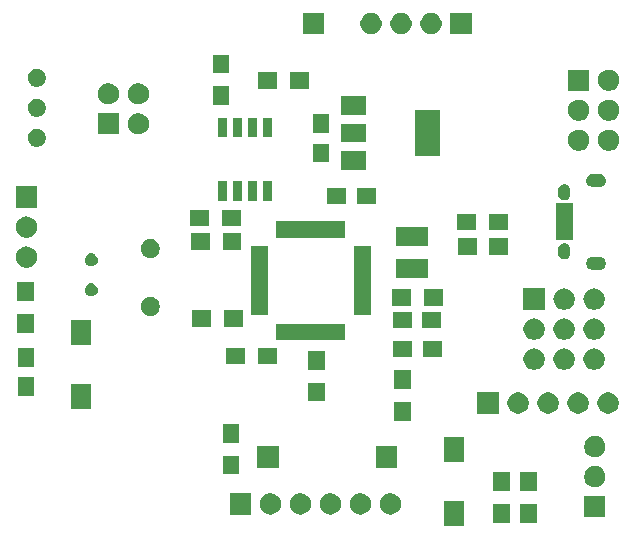
<source format=gbr>
G04 #@! TF.GenerationSoftware,KiCad,Pcbnew,(5.1.5)-3*
G04 #@! TF.CreationDate,2020-04-28T00:17:26+02:00*
G04 #@! TF.ProjectId,main_pcb,6d61696e-5f70-4636-922e-6b696361645f,1*
G04 #@! TF.SameCoordinates,Original*
G04 #@! TF.FileFunction,Soldermask,Top*
G04 #@! TF.FilePolarity,Negative*
%FSLAX46Y46*%
G04 Gerber Fmt 4.6, Leading zero omitted, Abs format (unit mm)*
G04 Created by KiCad (PCBNEW (5.1.5)-3) date 2020-04-28 00:17:26*
%MOMM*%
%LPD*%
G04 APERTURE LIST*
%ADD10C,0.100000*%
G04 APERTURE END LIST*
D10*
G36*
X128762860Y-102874500D02*
G01*
X127060860Y-102874500D01*
X127060860Y-100772500D01*
X128762860Y-100772500D01*
X128762860Y-102874500D01*
G37*
G36*
X134922220Y-102677840D02*
G01*
X133520220Y-102677840D01*
X133520220Y-101075840D01*
X134922220Y-101075840D01*
X134922220Y-102677840D01*
G37*
G36*
X132628600Y-102634660D02*
G01*
X131226600Y-102634660D01*
X131226600Y-101032660D01*
X132628600Y-101032660D01*
X132628600Y-102634660D01*
G37*
G36*
X140730540Y-102173340D02*
G01*
X138928540Y-102173340D01*
X138928540Y-100371340D01*
X140730540Y-100371340D01*
X140730540Y-102173340D01*
G37*
G36*
X120092952Y-100145127D02*
G01*
X120242252Y-100174824D01*
X120406224Y-100242744D01*
X120553794Y-100341347D01*
X120679293Y-100466846D01*
X120777896Y-100614416D01*
X120845816Y-100778388D01*
X120880440Y-100952459D01*
X120880440Y-101129941D01*
X120845816Y-101304012D01*
X120777896Y-101467984D01*
X120679293Y-101615554D01*
X120553794Y-101741053D01*
X120406224Y-101839656D01*
X120242252Y-101907576D01*
X120092952Y-101937273D01*
X120068182Y-101942200D01*
X119890698Y-101942200D01*
X119865928Y-101937273D01*
X119716628Y-101907576D01*
X119552656Y-101839656D01*
X119405086Y-101741053D01*
X119279587Y-101615554D01*
X119180984Y-101467984D01*
X119113064Y-101304012D01*
X119078440Y-101129941D01*
X119078440Y-100952459D01*
X119113064Y-100778388D01*
X119180984Y-100614416D01*
X119279587Y-100466846D01*
X119405086Y-100341347D01*
X119552656Y-100242744D01*
X119716628Y-100174824D01*
X119865928Y-100145127D01*
X119890698Y-100140200D01*
X120068182Y-100140200D01*
X120092952Y-100145127D01*
G37*
G36*
X117552952Y-100145127D02*
G01*
X117702252Y-100174824D01*
X117866224Y-100242744D01*
X118013794Y-100341347D01*
X118139293Y-100466846D01*
X118237896Y-100614416D01*
X118305816Y-100778388D01*
X118340440Y-100952459D01*
X118340440Y-101129941D01*
X118305816Y-101304012D01*
X118237896Y-101467984D01*
X118139293Y-101615554D01*
X118013794Y-101741053D01*
X117866224Y-101839656D01*
X117702252Y-101907576D01*
X117552952Y-101937273D01*
X117528182Y-101942200D01*
X117350698Y-101942200D01*
X117325928Y-101937273D01*
X117176628Y-101907576D01*
X117012656Y-101839656D01*
X116865086Y-101741053D01*
X116739587Y-101615554D01*
X116640984Y-101467984D01*
X116573064Y-101304012D01*
X116538440Y-101129941D01*
X116538440Y-100952459D01*
X116573064Y-100778388D01*
X116640984Y-100614416D01*
X116739587Y-100466846D01*
X116865086Y-100341347D01*
X117012656Y-100242744D01*
X117176628Y-100174824D01*
X117325928Y-100145127D01*
X117350698Y-100140200D01*
X117528182Y-100140200D01*
X117552952Y-100145127D01*
G37*
G36*
X115012952Y-100145127D02*
G01*
X115162252Y-100174824D01*
X115326224Y-100242744D01*
X115473794Y-100341347D01*
X115599293Y-100466846D01*
X115697896Y-100614416D01*
X115765816Y-100778388D01*
X115800440Y-100952459D01*
X115800440Y-101129941D01*
X115765816Y-101304012D01*
X115697896Y-101467984D01*
X115599293Y-101615554D01*
X115473794Y-101741053D01*
X115326224Y-101839656D01*
X115162252Y-101907576D01*
X115012952Y-101937273D01*
X114988182Y-101942200D01*
X114810698Y-101942200D01*
X114785928Y-101937273D01*
X114636628Y-101907576D01*
X114472656Y-101839656D01*
X114325086Y-101741053D01*
X114199587Y-101615554D01*
X114100984Y-101467984D01*
X114033064Y-101304012D01*
X113998440Y-101129941D01*
X113998440Y-100952459D01*
X114033064Y-100778388D01*
X114100984Y-100614416D01*
X114199587Y-100466846D01*
X114325086Y-100341347D01*
X114472656Y-100242744D01*
X114636628Y-100174824D01*
X114785928Y-100145127D01*
X114810698Y-100140200D01*
X114988182Y-100140200D01*
X115012952Y-100145127D01*
G37*
G36*
X112472952Y-100145127D02*
G01*
X112622252Y-100174824D01*
X112786224Y-100242744D01*
X112933794Y-100341347D01*
X113059293Y-100466846D01*
X113157896Y-100614416D01*
X113225816Y-100778388D01*
X113260440Y-100952459D01*
X113260440Y-101129941D01*
X113225816Y-101304012D01*
X113157896Y-101467984D01*
X113059293Y-101615554D01*
X112933794Y-101741053D01*
X112786224Y-101839656D01*
X112622252Y-101907576D01*
X112472952Y-101937273D01*
X112448182Y-101942200D01*
X112270698Y-101942200D01*
X112245928Y-101937273D01*
X112096628Y-101907576D01*
X111932656Y-101839656D01*
X111785086Y-101741053D01*
X111659587Y-101615554D01*
X111560984Y-101467984D01*
X111493064Y-101304012D01*
X111458440Y-101129941D01*
X111458440Y-100952459D01*
X111493064Y-100778388D01*
X111560984Y-100614416D01*
X111659587Y-100466846D01*
X111785086Y-100341347D01*
X111932656Y-100242744D01*
X112096628Y-100174824D01*
X112245928Y-100145127D01*
X112270698Y-100140200D01*
X112448182Y-100140200D01*
X112472952Y-100145127D01*
G37*
G36*
X110720440Y-101942200D02*
G01*
X108918440Y-101942200D01*
X108918440Y-100140200D01*
X110720440Y-100140200D01*
X110720440Y-101942200D01*
G37*
G36*
X122632952Y-100145127D02*
G01*
X122782252Y-100174824D01*
X122946224Y-100242744D01*
X123093794Y-100341347D01*
X123219293Y-100466846D01*
X123317896Y-100614416D01*
X123385816Y-100778388D01*
X123420440Y-100952459D01*
X123420440Y-101129941D01*
X123385816Y-101304012D01*
X123317896Y-101467984D01*
X123219293Y-101615554D01*
X123093794Y-101741053D01*
X122946224Y-101839656D01*
X122782252Y-101907576D01*
X122632952Y-101937273D01*
X122608182Y-101942200D01*
X122430698Y-101942200D01*
X122405928Y-101937273D01*
X122256628Y-101907576D01*
X122092656Y-101839656D01*
X121945086Y-101741053D01*
X121819587Y-101615554D01*
X121720984Y-101467984D01*
X121653064Y-101304012D01*
X121618440Y-101129941D01*
X121618440Y-100952459D01*
X121653064Y-100778388D01*
X121720984Y-100614416D01*
X121819587Y-100466846D01*
X121945086Y-100341347D01*
X122092656Y-100242744D01*
X122256628Y-100174824D01*
X122405928Y-100145127D01*
X122430698Y-100140200D01*
X122608182Y-100140200D01*
X122632952Y-100145127D01*
G37*
G36*
X134922220Y-99977840D02*
G01*
X133520220Y-99977840D01*
X133520220Y-98375840D01*
X134922220Y-98375840D01*
X134922220Y-99977840D01*
G37*
G36*
X132628600Y-99934660D02*
G01*
X131226600Y-99934660D01*
X131226600Y-98332660D01*
X132628600Y-98332660D01*
X132628600Y-99934660D01*
G37*
G36*
X139943052Y-97836267D02*
G01*
X140092352Y-97865964D01*
X140256324Y-97933884D01*
X140403894Y-98032487D01*
X140529393Y-98157986D01*
X140627996Y-98305556D01*
X140695916Y-98469528D01*
X140730540Y-98643599D01*
X140730540Y-98821081D01*
X140695916Y-98995152D01*
X140627996Y-99159124D01*
X140529393Y-99306694D01*
X140403894Y-99432193D01*
X140256324Y-99530796D01*
X140092352Y-99598716D01*
X139943052Y-99628413D01*
X139918282Y-99633340D01*
X139740798Y-99633340D01*
X139716028Y-99628413D01*
X139566728Y-99598716D01*
X139402756Y-99530796D01*
X139255186Y-99432193D01*
X139129687Y-99306694D01*
X139031084Y-99159124D01*
X138963164Y-98995152D01*
X138928540Y-98821081D01*
X138928540Y-98643599D01*
X138963164Y-98469528D01*
X139031084Y-98305556D01*
X139129687Y-98157986D01*
X139255186Y-98032487D01*
X139402756Y-97933884D01*
X139566728Y-97865964D01*
X139716028Y-97836267D01*
X139740798Y-97831340D01*
X139918282Y-97831340D01*
X139943052Y-97836267D01*
G37*
G36*
X109750820Y-98546540D02*
G01*
X108348820Y-98546540D01*
X108348820Y-96944540D01*
X109750820Y-96944540D01*
X109750820Y-98546540D01*
G37*
G36*
X113067400Y-97969640D02*
G01*
X111265400Y-97969640D01*
X111265400Y-96167640D01*
X113067400Y-96167640D01*
X113067400Y-97969640D01*
G37*
G36*
X123092780Y-97967100D02*
G01*
X121290780Y-97967100D01*
X121290780Y-96165100D01*
X123092780Y-96165100D01*
X123092780Y-97967100D01*
G37*
G36*
X128762860Y-97474500D02*
G01*
X127060860Y-97474500D01*
X127060860Y-95372500D01*
X128762860Y-95372500D01*
X128762860Y-97474500D01*
G37*
G36*
X139943052Y-95296267D02*
G01*
X140092352Y-95325964D01*
X140256324Y-95393884D01*
X140403894Y-95492487D01*
X140529393Y-95617986D01*
X140627996Y-95765556D01*
X140695916Y-95929528D01*
X140730540Y-96103599D01*
X140730540Y-96281081D01*
X140695916Y-96455152D01*
X140627996Y-96619124D01*
X140529393Y-96766694D01*
X140403894Y-96892193D01*
X140256324Y-96990796D01*
X140092352Y-97058716D01*
X139943052Y-97088413D01*
X139918282Y-97093340D01*
X139740798Y-97093340D01*
X139716028Y-97088413D01*
X139566728Y-97058716D01*
X139402756Y-96990796D01*
X139255186Y-96892193D01*
X139129687Y-96766694D01*
X139031084Y-96619124D01*
X138963164Y-96455152D01*
X138928540Y-96281081D01*
X138928540Y-96103599D01*
X138963164Y-95929528D01*
X139031084Y-95765556D01*
X139129687Y-95617986D01*
X139255186Y-95492487D01*
X139402756Y-95393884D01*
X139566728Y-95325964D01*
X139716028Y-95296267D01*
X139740798Y-95291340D01*
X139918282Y-95291340D01*
X139943052Y-95296267D01*
G37*
G36*
X109750820Y-95846540D02*
G01*
X108348820Y-95846540D01*
X108348820Y-94244540D01*
X109750820Y-94244540D01*
X109750820Y-95846540D01*
G37*
G36*
X124259300Y-93988500D02*
G01*
X122857300Y-93988500D01*
X122857300Y-92386500D01*
X124259300Y-92386500D01*
X124259300Y-93988500D01*
G37*
G36*
X141073512Y-91603927D02*
G01*
X141222812Y-91633624D01*
X141386784Y-91701544D01*
X141534354Y-91800147D01*
X141659853Y-91925646D01*
X141758456Y-92073216D01*
X141826376Y-92237188D01*
X141861000Y-92411259D01*
X141861000Y-92588741D01*
X141826376Y-92762812D01*
X141758456Y-92926784D01*
X141659853Y-93074354D01*
X141534354Y-93199853D01*
X141386784Y-93298456D01*
X141222812Y-93366376D01*
X141073512Y-93396073D01*
X141048742Y-93401000D01*
X140871258Y-93401000D01*
X140846488Y-93396073D01*
X140697188Y-93366376D01*
X140533216Y-93298456D01*
X140385646Y-93199853D01*
X140260147Y-93074354D01*
X140161544Y-92926784D01*
X140093624Y-92762812D01*
X140059000Y-92588741D01*
X140059000Y-92411259D01*
X140093624Y-92237188D01*
X140161544Y-92073216D01*
X140260147Y-91925646D01*
X140385646Y-91800147D01*
X140533216Y-91701544D01*
X140697188Y-91633624D01*
X140846488Y-91603927D01*
X140871258Y-91599000D01*
X141048742Y-91599000D01*
X141073512Y-91603927D01*
G37*
G36*
X138533512Y-91603927D02*
G01*
X138682812Y-91633624D01*
X138846784Y-91701544D01*
X138994354Y-91800147D01*
X139119853Y-91925646D01*
X139218456Y-92073216D01*
X139286376Y-92237188D01*
X139321000Y-92411259D01*
X139321000Y-92588741D01*
X139286376Y-92762812D01*
X139218456Y-92926784D01*
X139119853Y-93074354D01*
X138994354Y-93199853D01*
X138846784Y-93298456D01*
X138682812Y-93366376D01*
X138533512Y-93396073D01*
X138508742Y-93401000D01*
X138331258Y-93401000D01*
X138306488Y-93396073D01*
X138157188Y-93366376D01*
X137993216Y-93298456D01*
X137845646Y-93199853D01*
X137720147Y-93074354D01*
X137621544Y-92926784D01*
X137553624Y-92762812D01*
X137519000Y-92588741D01*
X137519000Y-92411259D01*
X137553624Y-92237188D01*
X137621544Y-92073216D01*
X137720147Y-91925646D01*
X137845646Y-91800147D01*
X137993216Y-91701544D01*
X138157188Y-91633624D01*
X138306488Y-91603927D01*
X138331258Y-91599000D01*
X138508742Y-91599000D01*
X138533512Y-91603927D01*
G37*
G36*
X135993512Y-91603927D02*
G01*
X136142812Y-91633624D01*
X136306784Y-91701544D01*
X136454354Y-91800147D01*
X136579853Y-91925646D01*
X136678456Y-92073216D01*
X136746376Y-92237188D01*
X136781000Y-92411259D01*
X136781000Y-92588741D01*
X136746376Y-92762812D01*
X136678456Y-92926784D01*
X136579853Y-93074354D01*
X136454354Y-93199853D01*
X136306784Y-93298456D01*
X136142812Y-93366376D01*
X135993512Y-93396073D01*
X135968742Y-93401000D01*
X135791258Y-93401000D01*
X135766488Y-93396073D01*
X135617188Y-93366376D01*
X135453216Y-93298456D01*
X135305646Y-93199853D01*
X135180147Y-93074354D01*
X135081544Y-92926784D01*
X135013624Y-92762812D01*
X134979000Y-92588741D01*
X134979000Y-92411259D01*
X135013624Y-92237188D01*
X135081544Y-92073216D01*
X135180147Y-91925646D01*
X135305646Y-91800147D01*
X135453216Y-91701544D01*
X135617188Y-91633624D01*
X135766488Y-91603927D01*
X135791258Y-91599000D01*
X135968742Y-91599000D01*
X135993512Y-91603927D01*
G37*
G36*
X133453512Y-91603927D02*
G01*
X133602812Y-91633624D01*
X133766784Y-91701544D01*
X133914354Y-91800147D01*
X134039853Y-91925646D01*
X134138456Y-92073216D01*
X134206376Y-92237188D01*
X134241000Y-92411259D01*
X134241000Y-92588741D01*
X134206376Y-92762812D01*
X134138456Y-92926784D01*
X134039853Y-93074354D01*
X133914354Y-93199853D01*
X133766784Y-93298456D01*
X133602812Y-93366376D01*
X133453512Y-93396073D01*
X133428742Y-93401000D01*
X133251258Y-93401000D01*
X133226488Y-93396073D01*
X133077188Y-93366376D01*
X132913216Y-93298456D01*
X132765646Y-93199853D01*
X132640147Y-93074354D01*
X132541544Y-92926784D01*
X132473624Y-92762812D01*
X132439000Y-92588741D01*
X132439000Y-92411259D01*
X132473624Y-92237188D01*
X132541544Y-92073216D01*
X132640147Y-91925646D01*
X132765646Y-91800147D01*
X132913216Y-91701544D01*
X133077188Y-91633624D01*
X133226488Y-91603927D01*
X133251258Y-91599000D01*
X133428742Y-91599000D01*
X133453512Y-91603927D01*
G37*
G36*
X131701000Y-93401000D02*
G01*
X129899000Y-93401000D01*
X129899000Y-91599000D01*
X131701000Y-91599000D01*
X131701000Y-93401000D01*
G37*
G36*
X97167800Y-93011680D02*
G01*
X95465800Y-93011680D01*
X95465800Y-90909680D01*
X97167800Y-90909680D01*
X97167800Y-93011680D01*
G37*
G36*
X116956800Y-92368000D02*
G01*
X115554800Y-92368000D01*
X115554800Y-90766000D01*
X116956800Y-90766000D01*
X116956800Y-92368000D01*
G37*
G36*
X92334440Y-91934300D02*
G01*
X90982440Y-91934300D01*
X90982440Y-90332300D01*
X92334440Y-90332300D01*
X92334440Y-91934300D01*
G37*
G36*
X124259300Y-91288500D02*
G01*
X122857300Y-91288500D01*
X122857300Y-89686500D01*
X124259300Y-89686500D01*
X124259300Y-91288500D01*
G37*
G36*
X139889712Y-87887087D02*
G01*
X140039012Y-87916784D01*
X140202984Y-87984704D01*
X140350554Y-88083307D01*
X140476053Y-88208806D01*
X140574656Y-88356376D01*
X140642576Y-88520348D01*
X140677200Y-88694419D01*
X140677200Y-88871901D01*
X140642576Y-89045972D01*
X140574656Y-89209944D01*
X140476053Y-89357514D01*
X140350554Y-89483013D01*
X140202984Y-89581616D01*
X140039012Y-89649536D01*
X139889712Y-89679233D01*
X139864942Y-89684160D01*
X139687458Y-89684160D01*
X139662688Y-89679233D01*
X139513388Y-89649536D01*
X139349416Y-89581616D01*
X139201846Y-89483013D01*
X139076347Y-89357514D01*
X138977744Y-89209944D01*
X138909824Y-89045972D01*
X138875200Y-88871901D01*
X138875200Y-88694419D01*
X138909824Y-88520348D01*
X138977744Y-88356376D01*
X139076347Y-88208806D01*
X139201846Y-88083307D01*
X139349416Y-87984704D01*
X139513388Y-87916784D01*
X139662688Y-87887087D01*
X139687458Y-87882160D01*
X139864942Y-87882160D01*
X139889712Y-87887087D01*
G37*
G36*
X137349712Y-87887087D02*
G01*
X137499012Y-87916784D01*
X137662984Y-87984704D01*
X137810554Y-88083307D01*
X137936053Y-88208806D01*
X138034656Y-88356376D01*
X138102576Y-88520348D01*
X138137200Y-88694419D01*
X138137200Y-88871901D01*
X138102576Y-89045972D01*
X138034656Y-89209944D01*
X137936053Y-89357514D01*
X137810554Y-89483013D01*
X137662984Y-89581616D01*
X137499012Y-89649536D01*
X137349712Y-89679233D01*
X137324942Y-89684160D01*
X137147458Y-89684160D01*
X137122688Y-89679233D01*
X136973388Y-89649536D01*
X136809416Y-89581616D01*
X136661846Y-89483013D01*
X136536347Y-89357514D01*
X136437744Y-89209944D01*
X136369824Y-89045972D01*
X136335200Y-88871901D01*
X136335200Y-88694419D01*
X136369824Y-88520348D01*
X136437744Y-88356376D01*
X136536347Y-88208806D01*
X136661846Y-88083307D01*
X136809416Y-87984704D01*
X136973388Y-87916784D01*
X137122688Y-87887087D01*
X137147458Y-87882160D01*
X137324942Y-87882160D01*
X137349712Y-87887087D01*
G37*
G36*
X134809712Y-87887087D02*
G01*
X134959012Y-87916784D01*
X135122984Y-87984704D01*
X135270554Y-88083307D01*
X135396053Y-88208806D01*
X135494656Y-88356376D01*
X135562576Y-88520348D01*
X135597200Y-88694419D01*
X135597200Y-88871901D01*
X135562576Y-89045972D01*
X135494656Y-89209944D01*
X135396053Y-89357514D01*
X135270554Y-89483013D01*
X135122984Y-89581616D01*
X134959012Y-89649536D01*
X134809712Y-89679233D01*
X134784942Y-89684160D01*
X134607458Y-89684160D01*
X134582688Y-89679233D01*
X134433388Y-89649536D01*
X134269416Y-89581616D01*
X134121846Y-89483013D01*
X133996347Y-89357514D01*
X133897744Y-89209944D01*
X133829824Y-89045972D01*
X133795200Y-88871901D01*
X133795200Y-88694419D01*
X133829824Y-88520348D01*
X133897744Y-88356376D01*
X133996347Y-88208806D01*
X134121846Y-88083307D01*
X134269416Y-87984704D01*
X134433388Y-87916784D01*
X134582688Y-87887087D01*
X134607458Y-87882160D01*
X134784942Y-87882160D01*
X134809712Y-87887087D01*
G37*
G36*
X116956800Y-89668000D02*
G01*
X115554800Y-89668000D01*
X115554800Y-88066000D01*
X116956800Y-88066000D01*
X116956800Y-89668000D01*
G37*
G36*
X92334440Y-89434300D02*
G01*
X90982440Y-89434300D01*
X90982440Y-87832300D01*
X92334440Y-87832300D01*
X92334440Y-89434300D01*
G37*
G36*
X112929300Y-89207300D02*
G01*
X111327300Y-89207300D01*
X111327300Y-87805300D01*
X112929300Y-87805300D01*
X112929300Y-89207300D01*
G37*
G36*
X110229300Y-89207300D02*
G01*
X108627300Y-89207300D01*
X108627300Y-87805300D01*
X110229300Y-87805300D01*
X110229300Y-89207300D01*
G37*
G36*
X124374220Y-88620960D02*
G01*
X122772220Y-88620960D01*
X122772220Y-87268960D01*
X124374220Y-87268960D01*
X124374220Y-88620960D01*
G37*
G36*
X126874220Y-88620960D02*
G01*
X125272220Y-88620960D01*
X125272220Y-87268960D01*
X126874220Y-87268960D01*
X126874220Y-88620960D01*
G37*
G36*
X97167800Y-87611680D02*
G01*
X95465800Y-87611680D01*
X95465800Y-85509680D01*
X97167800Y-85509680D01*
X97167800Y-87611680D01*
G37*
G36*
X118724600Y-87194600D02*
G01*
X112872600Y-87194600D01*
X112872600Y-85792600D01*
X118724600Y-85792600D01*
X118724600Y-87194600D01*
G37*
G36*
X137349712Y-85347087D02*
G01*
X137499012Y-85376784D01*
X137662984Y-85444704D01*
X137810554Y-85543307D01*
X137936053Y-85668806D01*
X138034656Y-85816376D01*
X138102576Y-85980348D01*
X138137200Y-86154419D01*
X138137200Y-86331901D01*
X138102576Y-86505972D01*
X138034656Y-86669944D01*
X137936053Y-86817514D01*
X137810554Y-86943013D01*
X137662984Y-87041616D01*
X137499012Y-87109536D01*
X137349712Y-87139233D01*
X137324942Y-87144160D01*
X137147458Y-87144160D01*
X137122688Y-87139233D01*
X136973388Y-87109536D01*
X136809416Y-87041616D01*
X136661846Y-86943013D01*
X136536347Y-86817514D01*
X136437744Y-86669944D01*
X136369824Y-86505972D01*
X136335200Y-86331901D01*
X136335200Y-86154419D01*
X136369824Y-85980348D01*
X136437744Y-85816376D01*
X136536347Y-85668806D01*
X136661846Y-85543307D01*
X136809416Y-85444704D01*
X136973388Y-85376784D01*
X137122688Y-85347087D01*
X137147458Y-85342160D01*
X137324942Y-85342160D01*
X137349712Y-85347087D01*
G37*
G36*
X134809712Y-85347087D02*
G01*
X134959012Y-85376784D01*
X135122984Y-85444704D01*
X135270554Y-85543307D01*
X135396053Y-85668806D01*
X135494656Y-85816376D01*
X135562576Y-85980348D01*
X135597200Y-86154419D01*
X135597200Y-86331901D01*
X135562576Y-86505972D01*
X135494656Y-86669944D01*
X135396053Y-86817514D01*
X135270554Y-86943013D01*
X135122984Y-87041616D01*
X134959012Y-87109536D01*
X134809712Y-87139233D01*
X134784942Y-87144160D01*
X134607458Y-87144160D01*
X134582688Y-87139233D01*
X134433388Y-87109536D01*
X134269416Y-87041616D01*
X134121846Y-86943013D01*
X133996347Y-86817514D01*
X133897744Y-86669944D01*
X133829824Y-86505972D01*
X133795200Y-86331901D01*
X133795200Y-86154419D01*
X133829824Y-85980348D01*
X133897744Y-85816376D01*
X133996347Y-85668806D01*
X134121846Y-85543307D01*
X134269416Y-85444704D01*
X134433388Y-85376784D01*
X134582688Y-85347087D01*
X134607458Y-85342160D01*
X134784942Y-85342160D01*
X134809712Y-85347087D01*
G37*
G36*
X139889712Y-85347087D02*
G01*
X140039012Y-85376784D01*
X140202984Y-85444704D01*
X140350554Y-85543307D01*
X140476053Y-85668806D01*
X140574656Y-85816376D01*
X140642576Y-85980348D01*
X140677200Y-86154419D01*
X140677200Y-86331901D01*
X140642576Y-86505972D01*
X140574656Y-86669944D01*
X140476053Y-86817514D01*
X140350554Y-86943013D01*
X140202984Y-87041616D01*
X140039012Y-87109536D01*
X139889712Y-87139233D01*
X139864942Y-87144160D01*
X139687458Y-87144160D01*
X139662688Y-87139233D01*
X139513388Y-87109536D01*
X139349416Y-87041616D01*
X139201846Y-86943013D01*
X139076347Y-86817514D01*
X138977744Y-86669944D01*
X138909824Y-86505972D01*
X138875200Y-86331901D01*
X138875200Y-86154419D01*
X138909824Y-85980348D01*
X138977744Y-85816376D01*
X139076347Y-85668806D01*
X139201846Y-85543307D01*
X139349416Y-85444704D01*
X139513388Y-85376784D01*
X139662688Y-85347087D01*
X139687458Y-85342160D01*
X139864942Y-85342160D01*
X139889712Y-85347087D01*
G37*
G36*
X92323880Y-86584420D02*
G01*
X90921880Y-86584420D01*
X90921880Y-84982420D01*
X92323880Y-84982420D01*
X92323880Y-86584420D01*
G37*
G36*
X126844060Y-86152080D02*
G01*
X125242060Y-86152080D01*
X125242060Y-84800080D01*
X126844060Y-84800080D01*
X126844060Y-86152080D01*
G37*
G36*
X124344060Y-86152080D02*
G01*
X122742060Y-86152080D01*
X122742060Y-84800080D01*
X124344060Y-84800080D01*
X124344060Y-86152080D01*
G37*
G36*
X107341300Y-86042460D02*
G01*
X105739300Y-86042460D01*
X105739300Y-84640460D01*
X107341300Y-84640460D01*
X107341300Y-86042460D01*
G37*
G36*
X110041300Y-86042460D02*
G01*
X108439300Y-86042460D01*
X108439300Y-84640460D01*
X110041300Y-84640460D01*
X110041300Y-86042460D01*
G37*
G36*
X102433082Y-83550501D02*
G01*
X102578854Y-83610882D01*
X102578856Y-83610883D01*
X102710048Y-83698542D01*
X102821618Y-83810112D01*
X102909277Y-83941304D01*
X102909278Y-83941306D01*
X102969659Y-84087078D01*
X103000440Y-84241827D01*
X103000440Y-84399613D01*
X102969659Y-84554362D01*
X102933996Y-84640460D01*
X102909277Y-84700136D01*
X102821618Y-84831328D01*
X102710048Y-84942898D01*
X102578856Y-85030557D01*
X102578855Y-85030558D01*
X102578854Y-85030558D01*
X102433082Y-85090939D01*
X102278333Y-85121720D01*
X102120547Y-85121720D01*
X101965798Y-85090939D01*
X101820026Y-85030558D01*
X101820025Y-85030558D01*
X101820024Y-85030557D01*
X101688832Y-84942898D01*
X101577262Y-84831328D01*
X101489603Y-84700136D01*
X101464884Y-84640460D01*
X101429221Y-84554362D01*
X101398440Y-84399613D01*
X101398440Y-84241827D01*
X101429221Y-84087078D01*
X101489602Y-83941306D01*
X101489603Y-83941304D01*
X101577262Y-83810112D01*
X101688832Y-83698542D01*
X101820024Y-83610883D01*
X101820026Y-83610882D01*
X101965798Y-83550501D01*
X102120547Y-83519720D01*
X102278333Y-83519720D01*
X102433082Y-83550501D01*
G37*
G36*
X112149600Y-85069600D02*
G01*
X110747600Y-85069600D01*
X110747600Y-79217600D01*
X112149600Y-79217600D01*
X112149600Y-85069600D01*
G37*
G36*
X120849600Y-85069600D02*
G01*
X119447600Y-85069600D01*
X119447600Y-79217600D01*
X120849600Y-79217600D01*
X120849600Y-85069600D01*
G37*
G36*
X137349712Y-82807087D02*
G01*
X137499012Y-82836784D01*
X137662984Y-82904704D01*
X137810554Y-83003307D01*
X137936053Y-83128806D01*
X138034656Y-83276376D01*
X138102576Y-83440348D01*
X138124486Y-83550501D01*
X138137200Y-83614418D01*
X138137200Y-83791902D01*
X138132273Y-83816672D01*
X138102576Y-83965972D01*
X138034656Y-84129944D01*
X137936053Y-84277514D01*
X137810554Y-84403013D01*
X137662984Y-84501616D01*
X137499012Y-84569536D01*
X137349712Y-84599233D01*
X137324942Y-84604160D01*
X137147458Y-84604160D01*
X137122688Y-84599233D01*
X136973388Y-84569536D01*
X136809416Y-84501616D01*
X136661846Y-84403013D01*
X136536347Y-84277514D01*
X136437744Y-84129944D01*
X136369824Y-83965972D01*
X136340127Y-83816672D01*
X136335200Y-83791902D01*
X136335200Y-83614418D01*
X136347914Y-83550501D01*
X136369824Y-83440348D01*
X136437744Y-83276376D01*
X136536347Y-83128806D01*
X136661846Y-83003307D01*
X136809416Y-82904704D01*
X136973388Y-82836784D01*
X137122688Y-82807087D01*
X137147458Y-82802160D01*
X137324942Y-82802160D01*
X137349712Y-82807087D01*
G37*
G36*
X135597200Y-84604160D02*
G01*
X133795200Y-84604160D01*
X133795200Y-82802160D01*
X135597200Y-82802160D01*
X135597200Y-84604160D01*
G37*
G36*
X139889712Y-82807087D02*
G01*
X140039012Y-82836784D01*
X140202984Y-82904704D01*
X140350554Y-83003307D01*
X140476053Y-83128806D01*
X140574656Y-83276376D01*
X140642576Y-83440348D01*
X140664486Y-83550501D01*
X140677200Y-83614418D01*
X140677200Y-83791902D01*
X140672273Y-83816672D01*
X140642576Y-83965972D01*
X140574656Y-84129944D01*
X140476053Y-84277514D01*
X140350554Y-84403013D01*
X140202984Y-84501616D01*
X140039012Y-84569536D01*
X139889712Y-84599233D01*
X139864942Y-84604160D01*
X139687458Y-84604160D01*
X139662688Y-84599233D01*
X139513388Y-84569536D01*
X139349416Y-84501616D01*
X139201846Y-84403013D01*
X139076347Y-84277514D01*
X138977744Y-84129944D01*
X138909824Y-83965972D01*
X138880127Y-83816672D01*
X138875200Y-83791902D01*
X138875200Y-83614418D01*
X138887914Y-83550501D01*
X138909824Y-83440348D01*
X138977744Y-83276376D01*
X139076347Y-83128806D01*
X139201846Y-83003307D01*
X139349416Y-82904704D01*
X139513388Y-82836784D01*
X139662688Y-82807087D01*
X139687458Y-82802160D01*
X139864942Y-82802160D01*
X139889712Y-82807087D01*
G37*
G36*
X126972960Y-84246680D02*
G01*
X125370960Y-84246680D01*
X125370960Y-82844680D01*
X126972960Y-82844680D01*
X126972960Y-84246680D01*
G37*
G36*
X124272960Y-84246680D02*
G01*
X122670960Y-84246680D01*
X122670960Y-82844680D01*
X124272960Y-82844680D01*
X124272960Y-84246680D01*
G37*
G36*
X92323880Y-83884420D02*
G01*
X90921880Y-83884420D01*
X90921880Y-82282420D01*
X92323880Y-82282420D01*
X92323880Y-83884420D01*
G37*
G36*
X97366521Y-82375774D02*
G01*
X97466795Y-82417309D01*
X97466796Y-82417310D01*
X97557042Y-82477610D01*
X97633790Y-82554358D01*
X97633791Y-82554360D01*
X97694091Y-82644605D01*
X97735626Y-82744879D01*
X97756800Y-82851330D01*
X97756800Y-82959870D01*
X97735626Y-83066321D01*
X97694091Y-83166595D01*
X97694090Y-83166596D01*
X97633790Y-83256842D01*
X97557042Y-83333590D01*
X97511612Y-83363945D01*
X97466795Y-83393891D01*
X97366521Y-83435426D01*
X97260070Y-83456600D01*
X97151530Y-83456600D01*
X97045079Y-83435426D01*
X96944805Y-83393891D01*
X96899988Y-83363945D01*
X96854558Y-83333590D01*
X96777810Y-83256842D01*
X96717510Y-83166596D01*
X96717509Y-83166595D01*
X96675974Y-83066321D01*
X96654800Y-82959870D01*
X96654800Y-82851330D01*
X96675974Y-82744879D01*
X96717509Y-82644605D01*
X96777809Y-82554360D01*
X96777810Y-82554358D01*
X96854558Y-82477610D01*
X96944804Y-82417310D01*
X96944805Y-82417309D01*
X97045079Y-82375774D01*
X97151530Y-82354600D01*
X97260070Y-82354600D01*
X97366521Y-82375774D01*
G37*
G36*
X125689480Y-81947160D02*
G01*
X123037480Y-81947160D01*
X123037480Y-80285160D01*
X125689480Y-80285160D01*
X125689480Y-81947160D01*
G37*
G36*
X140328115Y-80109473D02*
G01*
X140431979Y-80140979D01*
X140459155Y-80155505D01*
X140527700Y-80192143D01*
X140611601Y-80260999D01*
X140680457Y-80344900D01*
X140715238Y-80409971D01*
X140731621Y-80440621D01*
X140763127Y-80544485D01*
X140773766Y-80652500D01*
X140763127Y-80760515D01*
X140731621Y-80864379D01*
X140731619Y-80864382D01*
X140680457Y-80960100D01*
X140611601Y-81044001D01*
X140527700Y-81112857D01*
X140459155Y-81149495D01*
X140431979Y-81164021D01*
X140328115Y-81195527D01*
X140247167Y-81203500D01*
X139643033Y-81203500D01*
X139562085Y-81195527D01*
X139458221Y-81164021D01*
X139431045Y-81149495D01*
X139362500Y-81112857D01*
X139278599Y-81044001D01*
X139209743Y-80960100D01*
X139158581Y-80864382D01*
X139158579Y-80864379D01*
X139127073Y-80760515D01*
X139116434Y-80652500D01*
X139127073Y-80544485D01*
X139158579Y-80440621D01*
X139174962Y-80409971D01*
X139209743Y-80344900D01*
X139278599Y-80260999D01*
X139362500Y-80192143D01*
X139431045Y-80155505D01*
X139458221Y-80140979D01*
X139562085Y-80109473D01*
X139643033Y-80101500D01*
X140247167Y-80101500D01*
X140328115Y-80109473D01*
G37*
G36*
X91820212Y-79251087D02*
G01*
X91969512Y-79280784D01*
X92133484Y-79348704D01*
X92281054Y-79447307D01*
X92406553Y-79572806D01*
X92505156Y-79720376D01*
X92573076Y-79884348D01*
X92607700Y-80058419D01*
X92607700Y-80235901D01*
X92573076Y-80409972D01*
X92505156Y-80573944D01*
X92406553Y-80721514D01*
X92281054Y-80847013D01*
X92133484Y-80945616D01*
X91969512Y-81013536D01*
X91820212Y-81043233D01*
X91795442Y-81048160D01*
X91617958Y-81048160D01*
X91593188Y-81043233D01*
X91443888Y-81013536D01*
X91279916Y-80945616D01*
X91132346Y-80847013D01*
X91006847Y-80721514D01*
X90908244Y-80573944D01*
X90840324Y-80409972D01*
X90805700Y-80235901D01*
X90805700Y-80058419D01*
X90840324Y-79884348D01*
X90908244Y-79720376D01*
X91006847Y-79572806D01*
X91132346Y-79447307D01*
X91279916Y-79348704D01*
X91443888Y-79280784D01*
X91593188Y-79251087D01*
X91617958Y-79246160D01*
X91795442Y-79246160D01*
X91820212Y-79251087D01*
G37*
G36*
X97366521Y-79835774D02*
G01*
X97466795Y-79877309D01*
X97477331Y-79884349D01*
X97557042Y-79937610D01*
X97633790Y-80014358D01*
X97633791Y-80014360D01*
X97694091Y-80104605D01*
X97735626Y-80204879D01*
X97756800Y-80311330D01*
X97756800Y-80419870D01*
X97735626Y-80526321D01*
X97694091Y-80626595D01*
X97694090Y-80626596D01*
X97633790Y-80716842D01*
X97557042Y-80793590D01*
X97511612Y-80823945D01*
X97466795Y-80853891D01*
X97366521Y-80895426D01*
X97260070Y-80916600D01*
X97151530Y-80916600D01*
X97045079Y-80895426D01*
X96944805Y-80853891D01*
X96899988Y-80823945D01*
X96854558Y-80793590D01*
X96777810Y-80716842D01*
X96717510Y-80626596D01*
X96717509Y-80626595D01*
X96675974Y-80526321D01*
X96654800Y-80419870D01*
X96654800Y-80311330D01*
X96675974Y-80204879D01*
X96717509Y-80104605D01*
X96777809Y-80014360D01*
X96777810Y-80014358D01*
X96854558Y-79937610D01*
X96934269Y-79884349D01*
X96944805Y-79877309D01*
X97045079Y-79835774D01*
X97151530Y-79814600D01*
X97260070Y-79814600D01*
X97366521Y-79835774D01*
G37*
G36*
X137348214Y-78984111D02*
G01*
X137447365Y-79014188D01*
X137538744Y-79063031D01*
X137618838Y-79128762D01*
X137684569Y-79208856D01*
X137733412Y-79300236D01*
X137763489Y-79399387D01*
X137771100Y-79476662D01*
X137771100Y-79828339D01*
X137763489Y-79905614D01*
X137733412Y-80004765D01*
X137684569Y-80096144D01*
X137618838Y-80176238D01*
X137538744Y-80241969D01*
X137447364Y-80290812D01*
X137348213Y-80320889D01*
X137245100Y-80331045D01*
X137141986Y-80320889D01*
X137042835Y-80290812D01*
X136951456Y-80241969D01*
X136871362Y-80176238D01*
X136805631Y-80096144D01*
X136756788Y-80004764D01*
X136726711Y-79905613D01*
X136719100Y-79828338D01*
X136719100Y-79476661D01*
X136726711Y-79399386D01*
X136746763Y-79333285D01*
X136756789Y-79300234D01*
X136805632Y-79208856D01*
X136823505Y-79187078D01*
X136871363Y-79128762D01*
X136951457Y-79063031D01*
X137042836Y-79014188D01*
X137141987Y-78984111D01*
X137245100Y-78973955D01*
X137348214Y-78984111D01*
G37*
G36*
X102433082Y-78650501D02*
G01*
X102561032Y-78703500D01*
X102578856Y-78710883D01*
X102710048Y-78798542D01*
X102821618Y-78910112D01*
X102891159Y-79014189D01*
X102909278Y-79041306D01*
X102969659Y-79187078D01*
X103000440Y-79341827D01*
X103000440Y-79499613D01*
X102969659Y-79654362D01*
X102942315Y-79720376D01*
X102909277Y-79800136D01*
X102821618Y-79931328D01*
X102710048Y-80042898D01*
X102578856Y-80130557D01*
X102578855Y-80130558D01*
X102578854Y-80130558D01*
X102433082Y-80190939D01*
X102278333Y-80221720D01*
X102120547Y-80221720D01*
X101965798Y-80190939D01*
X101820026Y-80130558D01*
X101820025Y-80130558D01*
X101820024Y-80130557D01*
X101688832Y-80042898D01*
X101577262Y-79931328D01*
X101489603Y-79800136D01*
X101456565Y-79720376D01*
X101429221Y-79654362D01*
X101398440Y-79499613D01*
X101398440Y-79341827D01*
X101429221Y-79187078D01*
X101489602Y-79041306D01*
X101507721Y-79014189D01*
X101577262Y-78910112D01*
X101688832Y-78798542D01*
X101820024Y-78710883D01*
X101837848Y-78703500D01*
X101965798Y-78650501D01*
X102120547Y-78619720D01*
X102278333Y-78619720D01*
X102433082Y-78650501D01*
G37*
G36*
X132519040Y-79954080D02*
G01*
X130917040Y-79954080D01*
X130917040Y-78552080D01*
X132519040Y-78552080D01*
X132519040Y-79954080D01*
G37*
G36*
X129819040Y-79954080D02*
G01*
X128217040Y-79954080D01*
X128217040Y-78552080D01*
X129819040Y-78552080D01*
X129819040Y-79954080D01*
G37*
G36*
X107219400Y-79507040D02*
G01*
X105617400Y-79507040D01*
X105617400Y-78105040D01*
X107219400Y-78105040D01*
X107219400Y-79507040D01*
G37*
G36*
X109919400Y-79507040D02*
G01*
X108317400Y-79507040D01*
X108317400Y-78105040D01*
X109919400Y-78105040D01*
X109919400Y-79507040D01*
G37*
G36*
X125689480Y-79247160D02*
G01*
X123037480Y-79247160D01*
X123037480Y-77585160D01*
X125689480Y-77585160D01*
X125689480Y-79247160D01*
G37*
G36*
X137971100Y-78703500D02*
G01*
X136519100Y-78703500D01*
X136519100Y-75601500D01*
X137971100Y-75601500D01*
X137971100Y-78703500D01*
G37*
G36*
X91820212Y-76711087D02*
G01*
X91969512Y-76740784D01*
X92133484Y-76808704D01*
X92281054Y-76907307D01*
X92406553Y-77032806D01*
X92505156Y-77180376D01*
X92573076Y-77344348D01*
X92607700Y-77518419D01*
X92607700Y-77695901D01*
X92573076Y-77869972D01*
X92505156Y-78033944D01*
X92406553Y-78181514D01*
X92281054Y-78307013D01*
X92133484Y-78405616D01*
X91969512Y-78473536D01*
X91820212Y-78503233D01*
X91795442Y-78508160D01*
X91617958Y-78508160D01*
X91593188Y-78503233D01*
X91443888Y-78473536D01*
X91279916Y-78405616D01*
X91132346Y-78307013D01*
X91006847Y-78181514D01*
X90908244Y-78033944D01*
X90840324Y-77869972D01*
X90805700Y-77695901D01*
X90805700Y-77518419D01*
X90840324Y-77344348D01*
X90908244Y-77180376D01*
X91006847Y-77032806D01*
X91132346Y-76907307D01*
X91279916Y-76808704D01*
X91443888Y-76740784D01*
X91593188Y-76711087D01*
X91617958Y-76706160D01*
X91795442Y-76706160D01*
X91820212Y-76711087D01*
G37*
G36*
X118724600Y-78494600D02*
G01*
X112872600Y-78494600D01*
X112872600Y-77092600D01*
X118724600Y-77092600D01*
X118724600Y-78494600D01*
G37*
G36*
X132502540Y-77891600D02*
G01*
X130900540Y-77891600D01*
X130900540Y-76489600D01*
X132502540Y-76489600D01*
X132502540Y-77891600D01*
G37*
G36*
X129802540Y-77891600D02*
G01*
X128200540Y-77891600D01*
X128200540Y-76489600D01*
X129802540Y-76489600D01*
X129802540Y-77891600D01*
G37*
G36*
X107197800Y-77525840D02*
G01*
X105595800Y-77525840D01*
X105595800Y-76123840D01*
X107197800Y-76123840D01*
X107197800Y-77525840D01*
G37*
G36*
X109897800Y-77525840D02*
G01*
X108295800Y-77525840D01*
X108295800Y-76123840D01*
X109897800Y-76123840D01*
X109897800Y-77525840D01*
G37*
G36*
X92607700Y-75968160D02*
G01*
X90805700Y-75968160D01*
X90805700Y-74166160D01*
X92607700Y-74166160D01*
X92607700Y-75968160D01*
G37*
G36*
X121296380Y-75654260D02*
G01*
X119694380Y-75654260D01*
X119694380Y-74302260D01*
X121296380Y-74302260D01*
X121296380Y-75654260D01*
G37*
G36*
X118796380Y-75654260D02*
G01*
X117194380Y-75654260D01*
X117194380Y-74302260D01*
X118796380Y-74302260D01*
X118796380Y-75654260D01*
G37*
G36*
X108671840Y-75392760D02*
G01*
X107969840Y-75392760D01*
X107969840Y-73740760D01*
X108671840Y-73740760D01*
X108671840Y-75392760D01*
G37*
G36*
X112481840Y-75392760D02*
G01*
X111779840Y-75392760D01*
X111779840Y-73740760D01*
X112481840Y-73740760D01*
X112481840Y-75392760D01*
G37*
G36*
X111211840Y-75392760D02*
G01*
X110509840Y-75392760D01*
X110509840Y-73740760D01*
X111211840Y-73740760D01*
X111211840Y-75392760D01*
G37*
G36*
X109941840Y-75392760D02*
G01*
X109239840Y-75392760D01*
X109239840Y-73740760D01*
X109941840Y-73740760D01*
X109941840Y-75392760D01*
G37*
G36*
X137348214Y-73984111D02*
G01*
X137447365Y-74014188D01*
X137538744Y-74063031D01*
X137618838Y-74128762D01*
X137684569Y-74208856D01*
X137733412Y-74300236D01*
X137763489Y-74399387D01*
X137771100Y-74476662D01*
X137771100Y-74828339D01*
X137763489Y-74905614D01*
X137733412Y-75004765D01*
X137684569Y-75096144D01*
X137618838Y-75176238D01*
X137538744Y-75241969D01*
X137447364Y-75290812D01*
X137348213Y-75320889D01*
X137245100Y-75331045D01*
X137141986Y-75320889D01*
X137042835Y-75290812D01*
X136951456Y-75241969D01*
X136871362Y-75176238D01*
X136805631Y-75096144D01*
X136756788Y-75004764D01*
X136726711Y-74905613D01*
X136719100Y-74828338D01*
X136719100Y-74476661D01*
X136726711Y-74399386D01*
X136746763Y-74333285D01*
X136756789Y-74300234D01*
X136805632Y-74208856D01*
X136816571Y-74195527D01*
X136871363Y-74128762D01*
X136951457Y-74063031D01*
X137042836Y-74014188D01*
X137141987Y-73984111D01*
X137245100Y-73973955D01*
X137348214Y-73984111D01*
G37*
G36*
X140328115Y-73109473D02*
G01*
X140431979Y-73140979D01*
X140459155Y-73155505D01*
X140527700Y-73192143D01*
X140611601Y-73260999D01*
X140680457Y-73344900D01*
X140717095Y-73413445D01*
X140731621Y-73440621D01*
X140763127Y-73544485D01*
X140773766Y-73652500D01*
X140763127Y-73760515D01*
X140731621Y-73864379D01*
X140731619Y-73864382D01*
X140680457Y-73960100D01*
X140611601Y-74044001D01*
X140527700Y-74112857D01*
X140459155Y-74149495D01*
X140431979Y-74164021D01*
X140328115Y-74195527D01*
X140247167Y-74203500D01*
X139643033Y-74203500D01*
X139562085Y-74195527D01*
X139458221Y-74164021D01*
X139431045Y-74149495D01*
X139362500Y-74112857D01*
X139278599Y-74044001D01*
X139209743Y-73960100D01*
X139158581Y-73864382D01*
X139158579Y-73864379D01*
X139127073Y-73760515D01*
X139116434Y-73652500D01*
X139127073Y-73544485D01*
X139158579Y-73440621D01*
X139173105Y-73413445D01*
X139209743Y-73344900D01*
X139278599Y-73260999D01*
X139362500Y-73192143D01*
X139431045Y-73155505D01*
X139458221Y-73140979D01*
X139562085Y-73109473D01*
X139643033Y-73101500D01*
X140247167Y-73101500D01*
X140328115Y-73109473D01*
G37*
G36*
X120443300Y-72740180D02*
G01*
X118341300Y-72740180D01*
X118341300Y-71138180D01*
X120443300Y-71138180D01*
X120443300Y-72740180D01*
G37*
G36*
X117320420Y-72131820D02*
G01*
X115968420Y-72131820D01*
X115968420Y-70529820D01*
X117320420Y-70529820D01*
X117320420Y-72131820D01*
G37*
G36*
X126743300Y-71590180D02*
G01*
X124641300Y-71590180D01*
X124641300Y-67688180D01*
X126743300Y-67688180D01*
X126743300Y-71590180D01*
G37*
G36*
X141126692Y-69347627D02*
G01*
X141275992Y-69377324D01*
X141439964Y-69445244D01*
X141587534Y-69543847D01*
X141713033Y-69669346D01*
X141811636Y-69816916D01*
X141879556Y-69980888D01*
X141914180Y-70154959D01*
X141914180Y-70332441D01*
X141879556Y-70506512D01*
X141811636Y-70670484D01*
X141713033Y-70818054D01*
X141587534Y-70943553D01*
X141439964Y-71042156D01*
X141275992Y-71110076D01*
X141134700Y-71138180D01*
X141101922Y-71144700D01*
X140924438Y-71144700D01*
X140891660Y-71138180D01*
X140750368Y-71110076D01*
X140586396Y-71042156D01*
X140438826Y-70943553D01*
X140313327Y-70818054D01*
X140214724Y-70670484D01*
X140146804Y-70506512D01*
X140112180Y-70332441D01*
X140112180Y-70154959D01*
X140146804Y-69980888D01*
X140214724Y-69816916D01*
X140313327Y-69669346D01*
X140438826Y-69543847D01*
X140586396Y-69445244D01*
X140750368Y-69377324D01*
X140899668Y-69347627D01*
X140924438Y-69342700D01*
X141101922Y-69342700D01*
X141126692Y-69347627D01*
G37*
G36*
X138586692Y-69347627D02*
G01*
X138735992Y-69377324D01*
X138899964Y-69445244D01*
X139047534Y-69543847D01*
X139173033Y-69669346D01*
X139271636Y-69816916D01*
X139339556Y-69980888D01*
X139374180Y-70154959D01*
X139374180Y-70332441D01*
X139339556Y-70506512D01*
X139271636Y-70670484D01*
X139173033Y-70818054D01*
X139047534Y-70943553D01*
X138899964Y-71042156D01*
X138735992Y-71110076D01*
X138594700Y-71138180D01*
X138561922Y-71144700D01*
X138384438Y-71144700D01*
X138351660Y-71138180D01*
X138210368Y-71110076D01*
X138046396Y-71042156D01*
X137898826Y-70943553D01*
X137773327Y-70818054D01*
X137674724Y-70670484D01*
X137606804Y-70506512D01*
X137572180Y-70332441D01*
X137572180Y-70154959D01*
X137606804Y-69980888D01*
X137674724Y-69816916D01*
X137773327Y-69669346D01*
X137898826Y-69543847D01*
X138046396Y-69445244D01*
X138210368Y-69377324D01*
X138359668Y-69347627D01*
X138384438Y-69342700D01*
X138561922Y-69342700D01*
X138586692Y-69347627D01*
G37*
G36*
X92711129Y-69271756D02*
G01*
X92810433Y-69291509D01*
X92950746Y-69349628D01*
X93077024Y-69434005D01*
X93184415Y-69541396D01*
X93268792Y-69667674D01*
X93326911Y-69807987D01*
X93356540Y-69956943D01*
X93356540Y-70108817D01*
X93326911Y-70257773D01*
X93268792Y-70398086D01*
X93184415Y-70524364D01*
X93077024Y-70631755D01*
X92950746Y-70716132D01*
X92810433Y-70774251D01*
X92711129Y-70794004D01*
X92661478Y-70803880D01*
X92509602Y-70803880D01*
X92459951Y-70794004D01*
X92360647Y-70774251D01*
X92220334Y-70716132D01*
X92094056Y-70631755D01*
X91986665Y-70524364D01*
X91902288Y-70398086D01*
X91844169Y-70257773D01*
X91814540Y-70108817D01*
X91814540Y-69956943D01*
X91844169Y-69807987D01*
X91902288Y-69667674D01*
X91986665Y-69541396D01*
X92094056Y-69434005D01*
X92220334Y-69349628D01*
X92360647Y-69291509D01*
X92459951Y-69271756D01*
X92509602Y-69261880D01*
X92661478Y-69261880D01*
X92711129Y-69271756D01*
G37*
G36*
X120443300Y-70440180D02*
G01*
X118341300Y-70440180D01*
X118341300Y-68838180D01*
X120443300Y-68838180D01*
X120443300Y-70440180D01*
G37*
G36*
X108671840Y-69992760D02*
G01*
X107969840Y-69992760D01*
X107969840Y-68340760D01*
X108671840Y-68340760D01*
X108671840Y-69992760D01*
G37*
G36*
X109941840Y-69992760D02*
G01*
X109239840Y-69992760D01*
X109239840Y-68340760D01*
X109941840Y-68340760D01*
X109941840Y-69992760D01*
G37*
G36*
X111211840Y-69992760D02*
G01*
X110509840Y-69992760D01*
X110509840Y-68340760D01*
X111211840Y-68340760D01*
X111211840Y-69992760D01*
G37*
G36*
X112481840Y-69992760D02*
G01*
X111779840Y-69992760D01*
X111779840Y-68340760D01*
X112481840Y-68340760D01*
X112481840Y-69992760D01*
G37*
G36*
X99552060Y-69757860D02*
G01*
X97750060Y-69757860D01*
X97750060Y-67955860D01*
X99552060Y-67955860D01*
X99552060Y-69757860D01*
G37*
G36*
X101304572Y-67960787D02*
G01*
X101453872Y-67990484D01*
X101617844Y-68058404D01*
X101765414Y-68157007D01*
X101890913Y-68282506D01*
X101989516Y-68430076D01*
X102057436Y-68594048D01*
X102092060Y-68768119D01*
X102092060Y-68945601D01*
X102057436Y-69119672D01*
X101989516Y-69283644D01*
X101890913Y-69431214D01*
X101765414Y-69556713D01*
X101617844Y-69655316D01*
X101453872Y-69723236D01*
X101304572Y-69752933D01*
X101279802Y-69757860D01*
X101102318Y-69757860D01*
X101077548Y-69752933D01*
X100928248Y-69723236D01*
X100764276Y-69655316D01*
X100616706Y-69556713D01*
X100491207Y-69431214D01*
X100392604Y-69283644D01*
X100324684Y-69119672D01*
X100290060Y-68945601D01*
X100290060Y-68768119D01*
X100324684Y-68594048D01*
X100392604Y-68430076D01*
X100491207Y-68282506D01*
X100616706Y-68157007D01*
X100764276Y-68058404D01*
X100928248Y-67990484D01*
X101077548Y-67960787D01*
X101102318Y-67955860D01*
X101279802Y-67955860D01*
X101304572Y-67960787D01*
G37*
G36*
X117320420Y-69631820D02*
G01*
X115968420Y-69631820D01*
X115968420Y-68029820D01*
X117320420Y-68029820D01*
X117320420Y-69631820D01*
G37*
G36*
X138586692Y-66807627D02*
G01*
X138735992Y-66837324D01*
X138899964Y-66905244D01*
X139047534Y-67003847D01*
X139173033Y-67129346D01*
X139271636Y-67276916D01*
X139339556Y-67440888D01*
X139374180Y-67614959D01*
X139374180Y-67792441D01*
X139339556Y-67966512D01*
X139271636Y-68130484D01*
X139173033Y-68278054D01*
X139047534Y-68403553D01*
X138899964Y-68502156D01*
X138735992Y-68570076D01*
X138586692Y-68599773D01*
X138561922Y-68604700D01*
X138384438Y-68604700D01*
X138359668Y-68599773D01*
X138210368Y-68570076D01*
X138046396Y-68502156D01*
X137898826Y-68403553D01*
X137773327Y-68278054D01*
X137674724Y-68130484D01*
X137606804Y-67966512D01*
X137572180Y-67792441D01*
X137572180Y-67614959D01*
X137606804Y-67440888D01*
X137674724Y-67276916D01*
X137773327Y-67129346D01*
X137898826Y-67003847D01*
X138046396Y-66905244D01*
X138210368Y-66837324D01*
X138359668Y-66807627D01*
X138384438Y-66802700D01*
X138561922Y-66802700D01*
X138586692Y-66807627D01*
G37*
G36*
X141126692Y-66807627D02*
G01*
X141275992Y-66837324D01*
X141439964Y-66905244D01*
X141587534Y-67003847D01*
X141713033Y-67129346D01*
X141811636Y-67276916D01*
X141879556Y-67440888D01*
X141914180Y-67614959D01*
X141914180Y-67792441D01*
X141879556Y-67966512D01*
X141811636Y-68130484D01*
X141713033Y-68278054D01*
X141587534Y-68403553D01*
X141439964Y-68502156D01*
X141275992Y-68570076D01*
X141126692Y-68599773D01*
X141101922Y-68604700D01*
X140924438Y-68604700D01*
X140899668Y-68599773D01*
X140750368Y-68570076D01*
X140586396Y-68502156D01*
X140438826Y-68403553D01*
X140313327Y-68278054D01*
X140214724Y-68130484D01*
X140146804Y-67966512D01*
X140112180Y-67792441D01*
X140112180Y-67614959D01*
X140146804Y-67440888D01*
X140214724Y-67276916D01*
X140313327Y-67129346D01*
X140438826Y-67003847D01*
X140586396Y-66905244D01*
X140750368Y-66837324D01*
X140899668Y-66807627D01*
X140924438Y-66802700D01*
X141101922Y-66802700D01*
X141126692Y-66807627D01*
G37*
G36*
X92711129Y-66731756D02*
G01*
X92810433Y-66751509D01*
X92950746Y-66809628D01*
X93077024Y-66894005D01*
X93184415Y-67001396D01*
X93268792Y-67127674D01*
X93326911Y-67267987D01*
X93356540Y-67416943D01*
X93356540Y-67568817D01*
X93326911Y-67717773D01*
X93268792Y-67858086D01*
X93184415Y-67984364D01*
X93077024Y-68091755D01*
X92950746Y-68176132D01*
X92810433Y-68234251D01*
X92711129Y-68254004D01*
X92661478Y-68263880D01*
X92509602Y-68263880D01*
X92459951Y-68254004D01*
X92360647Y-68234251D01*
X92220334Y-68176132D01*
X92094056Y-68091755D01*
X91986665Y-67984364D01*
X91902288Y-67858086D01*
X91844169Y-67717773D01*
X91814540Y-67568817D01*
X91814540Y-67416943D01*
X91844169Y-67267987D01*
X91902288Y-67127674D01*
X91986665Y-67001396D01*
X92094056Y-66894005D01*
X92220334Y-66809628D01*
X92360647Y-66751509D01*
X92459951Y-66731756D01*
X92509602Y-66721880D01*
X92661478Y-66721880D01*
X92711129Y-66731756D01*
G37*
G36*
X120443300Y-68140180D02*
G01*
X118341300Y-68140180D01*
X118341300Y-66538180D01*
X120443300Y-66538180D01*
X120443300Y-68140180D01*
G37*
G36*
X108898660Y-67299460D02*
G01*
X107496660Y-67299460D01*
X107496660Y-65697460D01*
X108898660Y-65697460D01*
X108898660Y-67299460D01*
G37*
G36*
X98764572Y-65420787D02*
G01*
X98913872Y-65450484D01*
X99077844Y-65518404D01*
X99225414Y-65617007D01*
X99350913Y-65742506D01*
X99449516Y-65890076D01*
X99517436Y-66054048D01*
X99552060Y-66228119D01*
X99552060Y-66405601D01*
X99517436Y-66579672D01*
X99449516Y-66743644D01*
X99350913Y-66891214D01*
X99225414Y-67016713D01*
X99077844Y-67115316D01*
X98913872Y-67183236D01*
X98764572Y-67212933D01*
X98739802Y-67217860D01*
X98562318Y-67217860D01*
X98537548Y-67212933D01*
X98388248Y-67183236D01*
X98224276Y-67115316D01*
X98076706Y-67016713D01*
X97951207Y-66891214D01*
X97852604Y-66743644D01*
X97784684Y-66579672D01*
X97750060Y-66405601D01*
X97750060Y-66228119D01*
X97784684Y-66054048D01*
X97852604Y-65890076D01*
X97951207Y-65742506D01*
X98076706Y-65617007D01*
X98224276Y-65518404D01*
X98388248Y-65450484D01*
X98537548Y-65420787D01*
X98562318Y-65415860D01*
X98739802Y-65415860D01*
X98764572Y-65420787D01*
G37*
G36*
X101304572Y-65420787D02*
G01*
X101453872Y-65450484D01*
X101617844Y-65518404D01*
X101765414Y-65617007D01*
X101890913Y-65742506D01*
X101989516Y-65890076D01*
X102057436Y-66054048D01*
X102092060Y-66228119D01*
X102092060Y-66405601D01*
X102057436Y-66579672D01*
X101989516Y-66743644D01*
X101890913Y-66891214D01*
X101765414Y-67016713D01*
X101617844Y-67115316D01*
X101453872Y-67183236D01*
X101304572Y-67212933D01*
X101279802Y-67217860D01*
X101102318Y-67217860D01*
X101077548Y-67212933D01*
X100928248Y-67183236D01*
X100764276Y-67115316D01*
X100616706Y-67016713D01*
X100491207Y-66891214D01*
X100392604Y-66743644D01*
X100324684Y-66579672D01*
X100290060Y-66405601D01*
X100290060Y-66228119D01*
X100324684Y-66054048D01*
X100392604Y-65890076D01*
X100491207Y-65742506D01*
X100616706Y-65617007D01*
X100764276Y-65518404D01*
X100928248Y-65450484D01*
X101077548Y-65420787D01*
X101102318Y-65415860D01*
X101279802Y-65415860D01*
X101304572Y-65420787D01*
G37*
G36*
X139374180Y-66064700D02*
G01*
X137572180Y-66064700D01*
X137572180Y-64262700D01*
X139374180Y-64262700D01*
X139374180Y-66064700D01*
G37*
G36*
X141126692Y-64267627D02*
G01*
X141275992Y-64297324D01*
X141439964Y-64365244D01*
X141587534Y-64463847D01*
X141713033Y-64589346D01*
X141811636Y-64736916D01*
X141879556Y-64900888D01*
X141914180Y-65074959D01*
X141914180Y-65252441D01*
X141879556Y-65426512D01*
X141811636Y-65590484D01*
X141713033Y-65738054D01*
X141587534Y-65863553D01*
X141439964Y-65962156D01*
X141275992Y-66030076D01*
X141126692Y-66059773D01*
X141101922Y-66064700D01*
X140924438Y-66064700D01*
X140899668Y-66059773D01*
X140750368Y-66030076D01*
X140586396Y-65962156D01*
X140438826Y-65863553D01*
X140313327Y-65738054D01*
X140214724Y-65590484D01*
X140146804Y-65426512D01*
X140112180Y-65252441D01*
X140112180Y-65074959D01*
X140146804Y-64900888D01*
X140214724Y-64736916D01*
X140313327Y-64589346D01*
X140438826Y-64463847D01*
X140586396Y-64365244D01*
X140750368Y-64297324D01*
X140899668Y-64267627D01*
X140924438Y-64262700D01*
X141101922Y-64262700D01*
X141126692Y-64267627D01*
G37*
G36*
X115629320Y-65874860D02*
G01*
X114027320Y-65874860D01*
X114027320Y-64472860D01*
X115629320Y-64472860D01*
X115629320Y-65874860D01*
G37*
G36*
X112929320Y-65874860D02*
G01*
X111327320Y-65874860D01*
X111327320Y-64472860D01*
X112929320Y-64472860D01*
X112929320Y-65874860D01*
G37*
G36*
X92711129Y-64191756D02*
G01*
X92810433Y-64211509D01*
X92950746Y-64269628D01*
X93077024Y-64354005D01*
X93184415Y-64461396D01*
X93268792Y-64587674D01*
X93326911Y-64727987D01*
X93356540Y-64876943D01*
X93356540Y-65028817D01*
X93326911Y-65177773D01*
X93268792Y-65318086D01*
X93184415Y-65444364D01*
X93077024Y-65551755D01*
X92950746Y-65636132D01*
X92810433Y-65694251D01*
X92711129Y-65714004D01*
X92661478Y-65723880D01*
X92509602Y-65723880D01*
X92459951Y-65714004D01*
X92360647Y-65694251D01*
X92220334Y-65636132D01*
X92094056Y-65551755D01*
X91986665Y-65444364D01*
X91902288Y-65318086D01*
X91844169Y-65177773D01*
X91814540Y-65028817D01*
X91814540Y-64876943D01*
X91844169Y-64727987D01*
X91902288Y-64587674D01*
X91986665Y-64461396D01*
X92094056Y-64354005D01*
X92220334Y-64269628D01*
X92360647Y-64211509D01*
X92459951Y-64191756D01*
X92509602Y-64181880D01*
X92661478Y-64181880D01*
X92711129Y-64191756D01*
G37*
G36*
X108898660Y-64599460D02*
G01*
X107496660Y-64599460D01*
X107496660Y-62997460D01*
X108898660Y-62997460D01*
X108898660Y-64599460D01*
G37*
G36*
X116940900Y-61274260D02*
G01*
X115138900Y-61274260D01*
X115138900Y-59472260D01*
X116940900Y-59472260D01*
X116940900Y-61274260D01*
G37*
G36*
X129402140Y-61271720D02*
G01*
X127600140Y-61271720D01*
X127600140Y-59469720D01*
X129402140Y-59469720D01*
X129402140Y-61271720D01*
G37*
G36*
X126062651Y-59472260D02*
G01*
X126223952Y-59504344D01*
X126387924Y-59572264D01*
X126535494Y-59670867D01*
X126660993Y-59796366D01*
X126759596Y-59943936D01*
X126827516Y-60107908D01*
X126862140Y-60281979D01*
X126862140Y-60459461D01*
X126827516Y-60633532D01*
X126759596Y-60797504D01*
X126660993Y-60945074D01*
X126535494Y-61070573D01*
X126387924Y-61169176D01*
X126223952Y-61237096D01*
X126074652Y-61266793D01*
X126049882Y-61271720D01*
X125872398Y-61271720D01*
X125847628Y-61266793D01*
X125698328Y-61237096D01*
X125534356Y-61169176D01*
X125386786Y-61070573D01*
X125261287Y-60945074D01*
X125162684Y-60797504D01*
X125094764Y-60633532D01*
X125060140Y-60459461D01*
X125060140Y-60281979D01*
X125094764Y-60107908D01*
X125162684Y-59943936D01*
X125261287Y-59796366D01*
X125386786Y-59670867D01*
X125534356Y-59572264D01*
X125698328Y-59504344D01*
X125859629Y-59472260D01*
X125872398Y-59469720D01*
X126049882Y-59469720D01*
X126062651Y-59472260D01*
G37*
G36*
X123522651Y-59472260D02*
G01*
X123683952Y-59504344D01*
X123847924Y-59572264D01*
X123995494Y-59670867D01*
X124120993Y-59796366D01*
X124219596Y-59943936D01*
X124287516Y-60107908D01*
X124322140Y-60281979D01*
X124322140Y-60459461D01*
X124287516Y-60633532D01*
X124219596Y-60797504D01*
X124120993Y-60945074D01*
X123995494Y-61070573D01*
X123847924Y-61169176D01*
X123683952Y-61237096D01*
X123534652Y-61266793D01*
X123509882Y-61271720D01*
X123332398Y-61271720D01*
X123307628Y-61266793D01*
X123158328Y-61237096D01*
X122994356Y-61169176D01*
X122846786Y-61070573D01*
X122721287Y-60945074D01*
X122622684Y-60797504D01*
X122554764Y-60633532D01*
X122520140Y-60459461D01*
X122520140Y-60281979D01*
X122554764Y-60107908D01*
X122622684Y-59943936D01*
X122721287Y-59796366D01*
X122846786Y-59670867D01*
X122994356Y-59572264D01*
X123158328Y-59504344D01*
X123319629Y-59472260D01*
X123332398Y-59469720D01*
X123509882Y-59469720D01*
X123522651Y-59472260D01*
G37*
G36*
X120982651Y-59472260D02*
G01*
X121143952Y-59504344D01*
X121307924Y-59572264D01*
X121455494Y-59670867D01*
X121580993Y-59796366D01*
X121679596Y-59943936D01*
X121747516Y-60107908D01*
X121782140Y-60281979D01*
X121782140Y-60459461D01*
X121747516Y-60633532D01*
X121679596Y-60797504D01*
X121580993Y-60945074D01*
X121455494Y-61070573D01*
X121307924Y-61169176D01*
X121143952Y-61237096D01*
X120994652Y-61266793D01*
X120969882Y-61271720D01*
X120792398Y-61271720D01*
X120767628Y-61266793D01*
X120618328Y-61237096D01*
X120454356Y-61169176D01*
X120306786Y-61070573D01*
X120181287Y-60945074D01*
X120082684Y-60797504D01*
X120014764Y-60633532D01*
X119980140Y-60459461D01*
X119980140Y-60281979D01*
X120014764Y-60107908D01*
X120082684Y-59943936D01*
X120181287Y-59796366D01*
X120306786Y-59670867D01*
X120454356Y-59572264D01*
X120618328Y-59504344D01*
X120779629Y-59472260D01*
X120792398Y-59469720D01*
X120969882Y-59469720D01*
X120982651Y-59472260D01*
G37*
M02*

</source>
